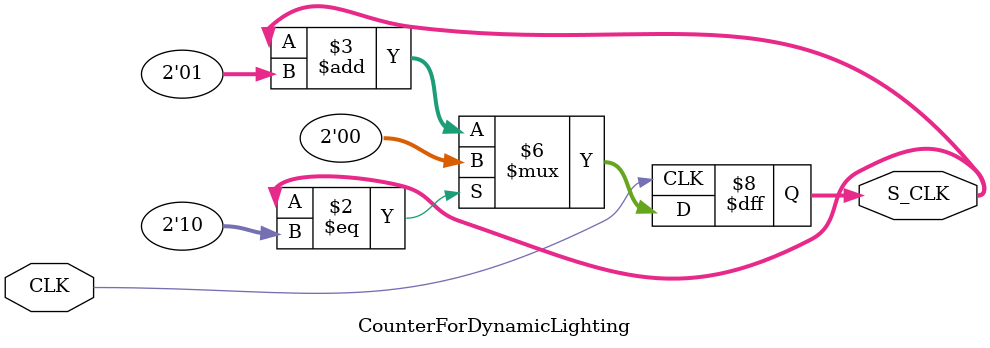
<source format=v>
`timescale 1ns / 1ps
module CounterForDynamicLighting(CLK, S_CLK);
	input CLK;
	output [1:0]S_CLK;
	reg [1:0]S_CLK = 2'b00;
	always @(posedge CLK) begin
		if(S_CLK == 2'b10) begin
			S_CLK <= 2'b00;
		end
		else
			S_CLK <= S_CLK + 2'b01;
	end

endmodule

</source>
